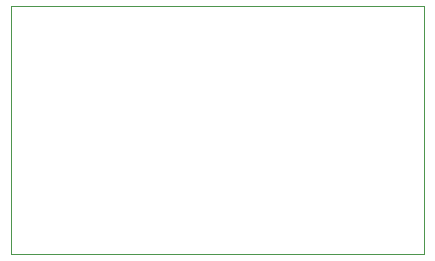
<source format=gbr>
%TF.GenerationSoftware,KiCad,Pcbnew,9.0.1*%
%TF.CreationDate,2026-01-21T10:43:00-08:00*%
%TF.ProjectId,temp_node,74656d70-5f6e-46f6-9465-2e6b69636164,rev?*%
%TF.SameCoordinates,Original*%
%TF.FileFunction,Profile,NP*%
%FSLAX46Y46*%
G04 Gerber Fmt 4.6, Leading zero omitted, Abs format (unit mm)*
G04 Created by KiCad (PCBNEW 9.0.1) date 2026-01-21 10:43:00*
%MOMM*%
%LPD*%
G01*
G04 APERTURE LIST*
%TA.AperFunction,Profile*%
%ADD10C,0.100000*%
%TD*%
G04 APERTURE END LIST*
D10*
X63000000Y-78000000D02*
X98000000Y-78000000D01*
X63000000Y-78000000D02*
X63000000Y-99000000D01*
X98000000Y-78000000D02*
X98000000Y-99000000D01*
X98000000Y-99000000D02*
X63000000Y-99000000D01*
M02*

</source>
